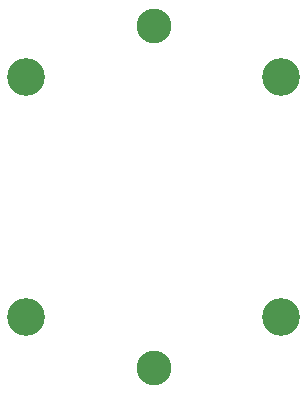
<source format=gbs>
G04 EAGLE Gerber RS-274X export*
G75*
%MOMM*%
%FSLAX34Y34*%
%LPD*%
%INSoldermask Bottom*%
%IPPOS*%
%AMOC8*
5,1,8,0,0,1.08239X$1,22.5*%
G01*
%ADD10C,3.200400*%
%ADD11C,2.946400*%


D10*
X-31750Y0D03*
X-31750Y203200D03*
X184150Y0D03*
X184150Y203200D03*
D11*
X76200Y-43180D03*
X76200Y246380D03*
M02*

</source>
